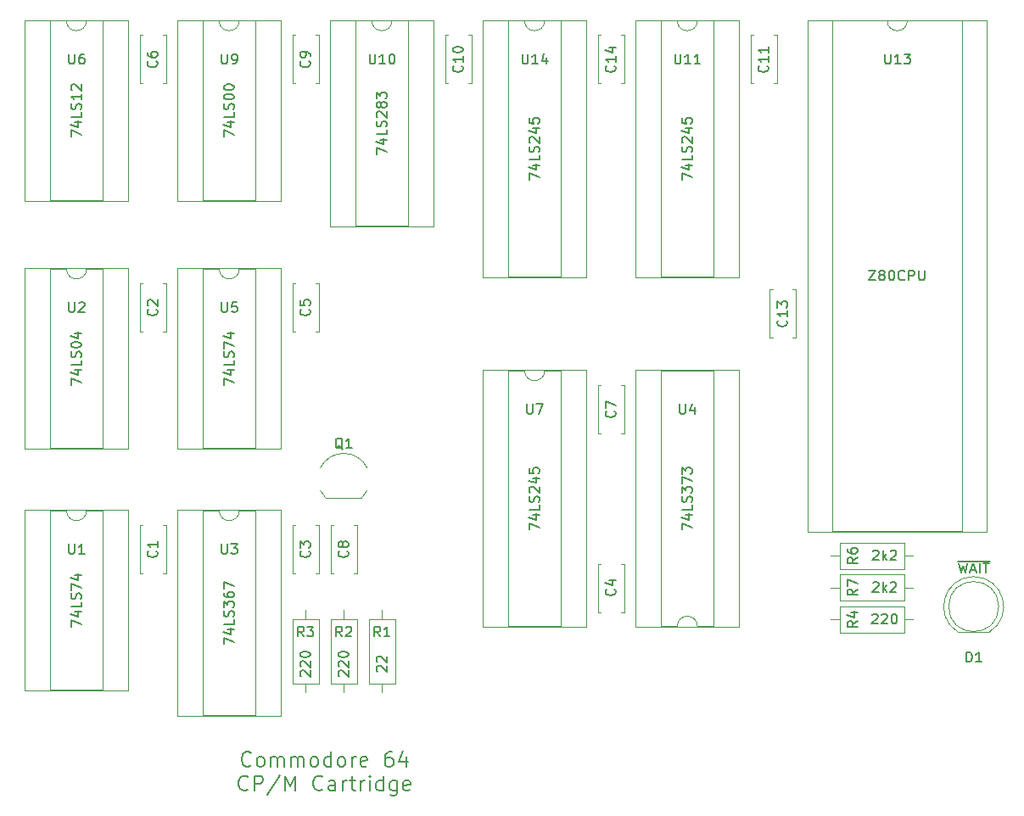
<source format=gto>
G04 #@! TF.FileFunction,Legend,Top*
%FSLAX46Y46*%
G04 Gerber Fmt 4.6, Leading zero omitted, Abs format (unit mm)*
G04 Created by KiCad (PCBNEW 4.0.7) date 07/03/19 12:58:59*
%MOMM*%
%LPD*%
G01*
G04 APERTURE LIST*
%ADD10C,0.100000*%
%ADD11C,0.150000*%
%ADD12C,0.120000*%
G04 APERTURE END LIST*
D10*
D11*
X159647858Y-135860714D02*
X159576429Y-135932143D01*
X159362143Y-136003571D01*
X159219286Y-136003571D01*
X159005001Y-135932143D01*
X158862143Y-135789286D01*
X158790715Y-135646429D01*
X158719286Y-135360714D01*
X158719286Y-135146429D01*
X158790715Y-134860714D01*
X158862143Y-134717857D01*
X159005001Y-134575000D01*
X159219286Y-134503571D01*
X159362143Y-134503571D01*
X159576429Y-134575000D01*
X159647858Y-134646429D01*
X160505001Y-136003571D02*
X160362143Y-135932143D01*
X160290715Y-135860714D01*
X160219286Y-135717857D01*
X160219286Y-135289286D01*
X160290715Y-135146429D01*
X160362143Y-135075000D01*
X160505001Y-135003571D01*
X160719286Y-135003571D01*
X160862143Y-135075000D01*
X160933572Y-135146429D01*
X161005001Y-135289286D01*
X161005001Y-135717857D01*
X160933572Y-135860714D01*
X160862143Y-135932143D01*
X160719286Y-136003571D01*
X160505001Y-136003571D01*
X161647858Y-136003571D02*
X161647858Y-135003571D01*
X161647858Y-135146429D02*
X161719286Y-135075000D01*
X161862144Y-135003571D01*
X162076429Y-135003571D01*
X162219286Y-135075000D01*
X162290715Y-135217857D01*
X162290715Y-136003571D01*
X162290715Y-135217857D02*
X162362144Y-135075000D01*
X162505001Y-135003571D01*
X162719286Y-135003571D01*
X162862144Y-135075000D01*
X162933572Y-135217857D01*
X162933572Y-136003571D01*
X163647858Y-136003571D02*
X163647858Y-135003571D01*
X163647858Y-135146429D02*
X163719286Y-135075000D01*
X163862144Y-135003571D01*
X164076429Y-135003571D01*
X164219286Y-135075000D01*
X164290715Y-135217857D01*
X164290715Y-136003571D01*
X164290715Y-135217857D02*
X164362144Y-135075000D01*
X164505001Y-135003571D01*
X164719286Y-135003571D01*
X164862144Y-135075000D01*
X164933572Y-135217857D01*
X164933572Y-136003571D01*
X165862144Y-136003571D02*
X165719286Y-135932143D01*
X165647858Y-135860714D01*
X165576429Y-135717857D01*
X165576429Y-135289286D01*
X165647858Y-135146429D01*
X165719286Y-135075000D01*
X165862144Y-135003571D01*
X166076429Y-135003571D01*
X166219286Y-135075000D01*
X166290715Y-135146429D01*
X166362144Y-135289286D01*
X166362144Y-135717857D01*
X166290715Y-135860714D01*
X166219286Y-135932143D01*
X166076429Y-136003571D01*
X165862144Y-136003571D01*
X167647858Y-136003571D02*
X167647858Y-134503571D01*
X167647858Y-135932143D02*
X167505001Y-136003571D01*
X167219287Y-136003571D01*
X167076429Y-135932143D01*
X167005001Y-135860714D01*
X166933572Y-135717857D01*
X166933572Y-135289286D01*
X167005001Y-135146429D01*
X167076429Y-135075000D01*
X167219287Y-135003571D01*
X167505001Y-135003571D01*
X167647858Y-135075000D01*
X168576430Y-136003571D02*
X168433572Y-135932143D01*
X168362144Y-135860714D01*
X168290715Y-135717857D01*
X168290715Y-135289286D01*
X168362144Y-135146429D01*
X168433572Y-135075000D01*
X168576430Y-135003571D01*
X168790715Y-135003571D01*
X168933572Y-135075000D01*
X169005001Y-135146429D01*
X169076430Y-135289286D01*
X169076430Y-135717857D01*
X169005001Y-135860714D01*
X168933572Y-135932143D01*
X168790715Y-136003571D01*
X168576430Y-136003571D01*
X169719287Y-136003571D02*
X169719287Y-135003571D01*
X169719287Y-135289286D02*
X169790715Y-135146429D01*
X169862144Y-135075000D01*
X170005001Y-135003571D01*
X170147858Y-135003571D01*
X171219286Y-135932143D02*
X171076429Y-136003571D01*
X170790715Y-136003571D01*
X170647858Y-135932143D01*
X170576429Y-135789286D01*
X170576429Y-135217857D01*
X170647858Y-135075000D01*
X170790715Y-135003571D01*
X171076429Y-135003571D01*
X171219286Y-135075000D01*
X171290715Y-135217857D01*
X171290715Y-135360714D01*
X170576429Y-135503571D01*
X173719286Y-134503571D02*
X173433572Y-134503571D01*
X173290715Y-134575000D01*
X173219286Y-134646429D01*
X173076429Y-134860714D01*
X173005000Y-135146429D01*
X173005000Y-135717857D01*
X173076429Y-135860714D01*
X173147857Y-135932143D01*
X173290715Y-136003571D01*
X173576429Y-136003571D01*
X173719286Y-135932143D01*
X173790715Y-135860714D01*
X173862143Y-135717857D01*
X173862143Y-135360714D01*
X173790715Y-135217857D01*
X173719286Y-135146429D01*
X173576429Y-135075000D01*
X173290715Y-135075000D01*
X173147857Y-135146429D01*
X173076429Y-135217857D01*
X173005000Y-135360714D01*
X175147857Y-135003571D02*
X175147857Y-136003571D01*
X174790714Y-134432143D02*
X174433571Y-135503571D01*
X175362143Y-135503571D01*
X159362143Y-138260714D02*
X159290714Y-138332143D01*
X159076428Y-138403571D01*
X158933571Y-138403571D01*
X158719286Y-138332143D01*
X158576428Y-138189286D01*
X158505000Y-138046429D01*
X158433571Y-137760714D01*
X158433571Y-137546429D01*
X158505000Y-137260714D01*
X158576428Y-137117857D01*
X158719286Y-136975000D01*
X158933571Y-136903571D01*
X159076428Y-136903571D01*
X159290714Y-136975000D01*
X159362143Y-137046429D01*
X160005000Y-138403571D02*
X160005000Y-136903571D01*
X160576428Y-136903571D01*
X160719286Y-136975000D01*
X160790714Y-137046429D01*
X160862143Y-137189286D01*
X160862143Y-137403571D01*
X160790714Y-137546429D01*
X160719286Y-137617857D01*
X160576428Y-137689286D01*
X160005000Y-137689286D01*
X162576428Y-136832143D02*
X161290714Y-138760714D01*
X163076429Y-138403571D02*
X163076429Y-136903571D01*
X163576429Y-137975000D01*
X164076429Y-136903571D01*
X164076429Y-138403571D01*
X166790715Y-138260714D02*
X166719286Y-138332143D01*
X166505000Y-138403571D01*
X166362143Y-138403571D01*
X166147858Y-138332143D01*
X166005000Y-138189286D01*
X165933572Y-138046429D01*
X165862143Y-137760714D01*
X165862143Y-137546429D01*
X165933572Y-137260714D01*
X166005000Y-137117857D01*
X166147858Y-136975000D01*
X166362143Y-136903571D01*
X166505000Y-136903571D01*
X166719286Y-136975000D01*
X166790715Y-137046429D01*
X168076429Y-138403571D02*
X168076429Y-137617857D01*
X168005000Y-137475000D01*
X167862143Y-137403571D01*
X167576429Y-137403571D01*
X167433572Y-137475000D01*
X168076429Y-138332143D02*
X167933572Y-138403571D01*
X167576429Y-138403571D01*
X167433572Y-138332143D01*
X167362143Y-138189286D01*
X167362143Y-138046429D01*
X167433572Y-137903571D01*
X167576429Y-137832143D01*
X167933572Y-137832143D01*
X168076429Y-137760714D01*
X168790715Y-138403571D02*
X168790715Y-137403571D01*
X168790715Y-137689286D02*
X168862143Y-137546429D01*
X168933572Y-137475000D01*
X169076429Y-137403571D01*
X169219286Y-137403571D01*
X169505000Y-137403571D02*
X170076429Y-137403571D01*
X169719286Y-136903571D02*
X169719286Y-138189286D01*
X169790714Y-138332143D01*
X169933572Y-138403571D01*
X170076429Y-138403571D01*
X170576429Y-138403571D02*
X170576429Y-137403571D01*
X170576429Y-137689286D02*
X170647857Y-137546429D01*
X170719286Y-137475000D01*
X170862143Y-137403571D01*
X171005000Y-137403571D01*
X171505000Y-138403571D02*
X171505000Y-137403571D01*
X171505000Y-136903571D02*
X171433571Y-136975000D01*
X171505000Y-137046429D01*
X171576428Y-136975000D01*
X171505000Y-136903571D01*
X171505000Y-137046429D01*
X172862143Y-138403571D02*
X172862143Y-136903571D01*
X172862143Y-138332143D02*
X172719286Y-138403571D01*
X172433572Y-138403571D01*
X172290714Y-138332143D01*
X172219286Y-138260714D01*
X172147857Y-138117857D01*
X172147857Y-137689286D01*
X172219286Y-137546429D01*
X172290714Y-137475000D01*
X172433572Y-137403571D01*
X172719286Y-137403571D01*
X172862143Y-137475000D01*
X174219286Y-137403571D02*
X174219286Y-138617857D01*
X174147857Y-138760714D01*
X174076429Y-138832143D01*
X173933572Y-138903571D01*
X173719286Y-138903571D01*
X173576429Y-138832143D01*
X174219286Y-138332143D02*
X174076429Y-138403571D01*
X173790715Y-138403571D01*
X173647857Y-138332143D01*
X173576429Y-138260714D01*
X173505000Y-138117857D01*
X173505000Y-137689286D01*
X173576429Y-137546429D01*
X173647857Y-137475000D01*
X173790715Y-137403571D01*
X174076429Y-137403571D01*
X174219286Y-137475000D01*
X175505000Y-138332143D02*
X175362143Y-138403571D01*
X175076429Y-138403571D01*
X174933572Y-138332143D01*
X174862143Y-138189286D01*
X174862143Y-137617857D01*
X174933572Y-137475000D01*
X175076429Y-137403571D01*
X175362143Y-137403571D01*
X175505000Y-137475000D01*
X175576429Y-137617857D01*
X175576429Y-137760714D01*
X174862143Y-137903571D01*
X230298810Y-115657381D02*
X230536905Y-116657381D01*
X230727382Y-115943095D01*
X230917858Y-116657381D01*
X231155953Y-115657381D01*
X231489286Y-116371667D02*
X231965477Y-116371667D01*
X231394048Y-116657381D02*
X231727381Y-115657381D01*
X232060715Y-116657381D01*
X232394048Y-116657381D02*
X232394048Y-115657381D01*
X232727381Y-115657381D02*
X233298810Y-115657381D01*
X233013095Y-116657381D02*
X233013095Y-115657381D01*
X230155953Y-115485000D02*
X233394048Y-115485000D01*
D12*
X224825000Y-119420000D02*
X224825000Y-116800000D01*
X224825000Y-116800000D02*
X218405000Y-116800000D01*
X218405000Y-116800000D02*
X218405000Y-119420000D01*
X218405000Y-119420000D02*
X224825000Y-119420000D01*
X225715000Y-118110000D02*
X224825000Y-118110000D01*
X217515000Y-118110000D02*
X218405000Y-118110000D01*
X166410000Y-111850000D02*
X166410000Y-116670000D01*
X163790000Y-111850000D02*
X163790000Y-116670000D01*
X166410000Y-111850000D02*
X166096000Y-111850000D01*
X164104000Y-111850000D02*
X163790000Y-111850000D01*
X166410000Y-116670000D02*
X166096000Y-116670000D01*
X164104000Y-116670000D02*
X163790000Y-116670000D01*
X194270000Y-120560000D02*
X194270000Y-115740000D01*
X196890000Y-120560000D02*
X196890000Y-115740000D01*
X194270000Y-120560000D02*
X194584000Y-120560000D01*
X196576000Y-120560000D02*
X196890000Y-120560000D01*
X194270000Y-115740000D02*
X194584000Y-115740000D01*
X196576000Y-115740000D02*
X196890000Y-115740000D01*
X166410000Y-87720000D02*
X166410000Y-92540000D01*
X163790000Y-87720000D02*
X163790000Y-92540000D01*
X166410000Y-87720000D02*
X166096000Y-87720000D01*
X164104000Y-87720000D02*
X163790000Y-87720000D01*
X166410000Y-92540000D02*
X166096000Y-92540000D01*
X164104000Y-92540000D02*
X163790000Y-92540000D01*
X151170000Y-62955000D02*
X151170000Y-67775000D01*
X148550000Y-62955000D02*
X148550000Y-67775000D01*
X151170000Y-62955000D02*
X150856000Y-62955000D01*
X148864000Y-62955000D02*
X148550000Y-62955000D01*
X151170000Y-67775000D02*
X150856000Y-67775000D01*
X148864000Y-67775000D02*
X148550000Y-67775000D01*
X196890000Y-97880000D02*
X196890000Y-102700000D01*
X194270000Y-97880000D02*
X194270000Y-102700000D01*
X196890000Y-97880000D02*
X196576000Y-97880000D01*
X194584000Y-97880000D02*
X194270000Y-97880000D01*
X196890000Y-102700000D02*
X196576000Y-102700000D01*
X194584000Y-102700000D02*
X194270000Y-102700000D01*
X170220000Y-111850000D02*
X170220000Y-116670000D01*
X167600000Y-111850000D02*
X167600000Y-116670000D01*
X170220000Y-111850000D02*
X169906000Y-111850000D01*
X167914000Y-111850000D02*
X167600000Y-111850000D01*
X170220000Y-116670000D02*
X169906000Y-116670000D01*
X167914000Y-116670000D02*
X167600000Y-116670000D01*
X166410000Y-62955000D02*
X166410000Y-67775000D01*
X163790000Y-62955000D02*
X163790000Y-67775000D01*
X166410000Y-62955000D02*
X166096000Y-62955000D01*
X164104000Y-62955000D02*
X163790000Y-62955000D01*
X166410000Y-67775000D02*
X166096000Y-67775000D01*
X164104000Y-67775000D02*
X163790000Y-67775000D01*
X181650000Y-62955000D02*
X181650000Y-67775000D01*
X179030000Y-62955000D02*
X179030000Y-67775000D01*
X181650000Y-62955000D02*
X181336000Y-62955000D01*
X179344000Y-62955000D02*
X179030000Y-62955000D01*
X181650000Y-67775000D02*
X181336000Y-67775000D01*
X179344000Y-67775000D02*
X179030000Y-67775000D01*
X212130000Y-62955000D02*
X212130000Y-67775000D01*
X209510000Y-62955000D02*
X209510000Y-67775000D01*
X212130000Y-62955000D02*
X211816000Y-62955000D01*
X209824000Y-62955000D02*
X209510000Y-62955000D01*
X212130000Y-67775000D02*
X211816000Y-67775000D01*
X209824000Y-67775000D02*
X209510000Y-67775000D01*
X167110000Y-109165000D02*
X170710000Y-109165000D01*
X166585816Y-108437795D02*
G75*
G03X167110000Y-109165000I2324184J1122795D01*
G01*
X166553600Y-106216193D02*
G75*
G02X168910000Y-104715000I2356400J-1098807D01*
G01*
X171266400Y-106216193D02*
G75*
G03X168910000Y-104715000I-2356400J-1098807D01*
G01*
X171234184Y-108437795D02*
G75*
G02X170710000Y-109165000I-2324184J1122795D01*
G01*
X171410000Y-127670000D02*
X174030000Y-127670000D01*
X174030000Y-127670000D02*
X174030000Y-121250000D01*
X174030000Y-121250000D02*
X171410000Y-121250000D01*
X171410000Y-121250000D02*
X171410000Y-127670000D01*
X172720000Y-128560000D02*
X172720000Y-127670000D01*
X172720000Y-120360000D02*
X172720000Y-121250000D01*
X170220000Y-121250000D02*
X167600000Y-121250000D01*
X167600000Y-121250000D02*
X167600000Y-127670000D01*
X167600000Y-127670000D02*
X170220000Y-127670000D01*
X170220000Y-127670000D02*
X170220000Y-121250000D01*
X168910000Y-120360000D02*
X168910000Y-121250000D01*
X168910000Y-128560000D02*
X168910000Y-127670000D01*
X166410000Y-121250000D02*
X163790000Y-121250000D01*
X163790000Y-121250000D02*
X163790000Y-127670000D01*
X163790000Y-127670000D02*
X166410000Y-127670000D01*
X166410000Y-127670000D02*
X166410000Y-121250000D01*
X165100000Y-120360000D02*
X165100000Y-121250000D01*
X165100000Y-128560000D02*
X165100000Y-127670000D01*
X224825000Y-116245000D02*
X224825000Y-113625000D01*
X224825000Y-113625000D02*
X218405000Y-113625000D01*
X218405000Y-113625000D02*
X218405000Y-116245000D01*
X218405000Y-116245000D02*
X224825000Y-116245000D01*
X225715000Y-114935000D02*
X224825000Y-114935000D01*
X217515000Y-114935000D02*
X218405000Y-114935000D01*
X143240000Y-110430000D02*
G75*
G02X141240000Y-110430000I-1000000J0D01*
G01*
X141240000Y-110430000D02*
X139590000Y-110430000D01*
X139590000Y-110430000D02*
X139590000Y-128330000D01*
X139590000Y-128330000D02*
X144890000Y-128330000D01*
X144890000Y-128330000D02*
X144890000Y-110430000D01*
X144890000Y-110430000D02*
X143240000Y-110430000D01*
X137100000Y-110370000D02*
X137100000Y-128390000D01*
X137100000Y-128390000D02*
X147380000Y-128390000D01*
X147380000Y-128390000D02*
X147380000Y-110370000D01*
X147380000Y-110370000D02*
X137100000Y-110370000D01*
X143240000Y-86300000D02*
G75*
G02X141240000Y-86300000I-1000000J0D01*
G01*
X141240000Y-86300000D02*
X139590000Y-86300000D01*
X139590000Y-86300000D02*
X139590000Y-104200000D01*
X139590000Y-104200000D02*
X144890000Y-104200000D01*
X144890000Y-104200000D02*
X144890000Y-86300000D01*
X144890000Y-86300000D02*
X143240000Y-86300000D01*
X137100000Y-86240000D02*
X137100000Y-104260000D01*
X137100000Y-104260000D02*
X147380000Y-104260000D01*
X147380000Y-104260000D02*
X147380000Y-86240000D01*
X147380000Y-86240000D02*
X137100000Y-86240000D01*
X158480000Y-110430000D02*
G75*
G02X156480000Y-110430000I-1000000J0D01*
G01*
X156480000Y-110430000D02*
X154830000Y-110430000D01*
X154830000Y-110430000D02*
X154830000Y-130870000D01*
X154830000Y-130870000D02*
X160130000Y-130870000D01*
X160130000Y-130870000D02*
X160130000Y-110430000D01*
X160130000Y-110430000D02*
X158480000Y-110430000D01*
X152340000Y-110370000D02*
X152340000Y-130930000D01*
X152340000Y-130930000D02*
X162620000Y-130930000D01*
X162620000Y-130930000D02*
X162620000Y-110370000D01*
X162620000Y-110370000D02*
X152340000Y-110370000D01*
X202200000Y-121980000D02*
G75*
G02X204200000Y-121980000I1000000J0D01*
G01*
X204200000Y-121980000D02*
X205850000Y-121980000D01*
X205850000Y-121980000D02*
X205850000Y-96460000D01*
X205850000Y-96460000D02*
X200550000Y-96460000D01*
X200550000Y-96460000D02*
X200550000Y-121980000D01*
X200550000Y-121980000D02*
X202200000Y-121980000D01*
X208340000Y-122040000D02*
X208340000Y-96400000D01*
X208340000Y-96400000D02*
X198060000Y-96400000D01*
X198060000Y-96400000D02*
X198060000Y-122040000D01*
X198060000Y-122040000D02*
X208340000Y-122040000D01*
X158480000Y-86300000D02*
G75*
G02X156480000Y-86300000I-1000000J0D01*
G01*
X156480000Y-86300000D02*
X154830000Y-86300000D01*
X154830000Y-86300000D02*
X154830000Y-104200000D01*
X154830000Y-104200000D02*
X160130000Y-104200000D01*
X160130000Y-104200000D02*
X160130000Y-86300000D01*
X160130000Y-86300000D02*
X158480000Y-86300000D01*
X152340000Y-86240000D02*
X152340000Y-104260000D01*
X152340000Y-104260000D02*
X162620000Y-104260000D01*
X162620000Y-104260000D02*
X162620000Y-86240000D01*
X162620000Y-86240000D02*
X152340000Y-86240000D01*
X143240000Y-61535000D02*
G75*
G02X141240000Y-61535000I-1000000J0D01*
G01*
X141240000Y-61535000D02*
X139590000Y-61535000D01*
X139590000Y-61535000D02*
X139590000Y-79435000D01*
X139590000Y-79435000D02*
X144890000Y-79435000D01*
X144890000Y-79435000D02*
X144890000Y-61535000D01*
X144890000Y-61535000D02*
X143240000Y-61535000D01*
X137100000Y-61475000D02*
X137100000Y-79495000D01*
X137100000Y-79495000D02*
X147380000Y-79495000D01*
X147380000Y-79495000D02*
X147380000Y-61475000D01*
X147380000Y-61475000D02*
X137100000Y-61475000D01*
X188960000Y-96460000D02*
G75*
G02X186960000Y-96460000I-1000000J0D01*
G01*
X186960000Y-96460000D02*
X185310000Y-96460000D01*
X185310000Y-96460000D02*
X185310000Y-121980000D01*
X185310000Y-121980000D02*
X190610000Y-121980000D01*
X190610000Y-121980000D02*
X190610000Y-96460000D01*
X190610000Y-96460000D02*
X188960000Y-96460000D01*
X182820000Y-96400000D02*
X182820000Y-122040000D01*
X182820000Y-122040000D02*
X193100000Y-122040000D01*
X193100000Y-122040000D02*
X193100000Y-96400000D01*
X193100000Y-96400000D02*
X182820000Y-96400000D01*
X158480000Y-61535000D02*
G75*
G02X156480000Y-61535000I-1000000J0D01*
G01*
X156480000Y-61535000D02*
X154830000Y-61535000D01*
X154830000Y-61535000D02*
X154830000Y-79435000D01*
X154830000Y-79435000D02*
X160130000Y-79435000D01*
X160130000Y-79435000D02*
X160130000Y-61535000D01*
X160130000Y-61535000D02*
X158480000Y-61535000D01*
X152340000Y-61475000D02*
X152340000Y-79495000D01*
X152340000Y-79495000D02*
X162620000Y-79495000D01*
X162620000Y-79495000D02*
X162620000Y-61475000D01*
X162620000Y-61475000D02*
X152340000Y-61475000D01*
X173720000Y-61535000D02*
G75*
G02X171720000Y-61535000I-1000000J0D01*
G01*
X171720000Y-61535000D02*
X170070000Y-61535000D01*
X170070000Y-61535000D02*
X170070000Y-81975000D01*
X170070000Y-81975000D02*
X175370000Y-81975000D01*
X175370000Y-81975000D02*
X175370000Y-61535000D01*
X175370000Y-61535000D02*
X173720000Y-61535000D01*
X167580000Y-61475000D02*
X167580000Y-82035000D01*
X167580000Y-82035000D02*
X177860000Y-82035000D01*
X177860000Y-82035000D02*
X177860000Y-61475000D01*
X177860000Y-61475000D02*
X167580000Y-61475000D01*
X204200000Y-61535000D02*
G75*
G02X202200000Y-61535000I-1000000J0D01*
G01*
X202200000Y-61535000D02*
X200550000Y-61535000D01*
X200550000Y-61535000D02*
X200550000Y-87055000D01*
X200550000Y-87055000D02*
X205850000Y-87055000D01*
X205850000Y-87055000D02*
X205850000Y-61535000D01*
X205850000Y-61535000D02*
X204200000Y-61535000D01*
X198060000Y-61475000D02*
X198060000Y-87115000D01*
X198060000Y-87115000D02*
X208340000Y-87115000D01*
X208340000Y-87115000D02*
X208340000Y-61475000D01*
X208340000Y-61475000D02*
X198060000Y-61475000D01*
X225155000Y-61535000D02*
G75*
G02X223155000Y-61535000I-1000000J0D01*
G01*
X223155000Y-61535000D02*
X217695000Y-61535000D01*
X217695000Y-61535000D02*
X217695000Y-112455000D01*
X217695000Y-112455000D02*
X230615000Y-112455000D01*
X230615000Y-112455000D02*
X230615000Y-61535000D01*
X230615000Y-61535000D02*
X225155000Y-61535000D01*
X215205000Y-61475000D02*
X215205000Y-112515000D01*
X215205000Y-112515000D02*
X233105000Y-112515000D01*
X233105000Y-112515000D02*
X233105000Y-61475000D01*
X233105000Y-61475000D02*
X215205000Y-61475000D01*
X188960000Y-61535000D02*
G75*
G02X186960000Y-61535000I-1000000J0D01*
G01*
X186960000Y-61535000D02*
X185310000Y-61535000D01*
X185310000Y-61535000D02*
X185310000Y-87055000D01*
X185310000Y-87055000D02*
X190610000Y-87055000D01*
X190610000Y-87055000D02*
X190610000Y-61535000D01*
X190610000Y-61535000D02*
X188960000Y-61535000D01*
X182820000Y-61475000D02*
X182820000Y-87115000D01*
X182820000Y-87115000D02*
X193100000Y-87115000D01*
X193100000Y-87115000D02*
X193100000Y-61475000D01*
X193100000Y-61475000D02*
X182820000Y-61475000D01*
X214035000Y-88355000D02*
X214035000Y-93175000D01*
X211415000Y-88355000D02*
X211415000Y-93175000D01*
X214035000Y-88355000D02*
X213721000Y-88355000D01*
X211729000Y-88355000D02*
X211415000Y-88355000D01*
X214035000Y-93175000D02*
X213721000Y-93175000D01*
X211729000Y-93175000D02*
X211415000Y-93175000D01*
X196890000Y-62955000D02*
X196890000Y-67775000D01*
X194270000Y-62955000D02*
X194270000Y-67775000D01*
X196890000Y-62955000D02*
X196576000Y-62955000D01*
X194584000Y-62955000D02*
X194270000Y-62955000D01*
X196890000Y-67775000D02*
X196576000Y-67775000D01*
X194584000Y-67775000D02*
X194270000Y-67775000D01*
X151170000Y-87720000D02*
X151170000Y-92540000D01*
X148550000Y-87720000D02*
X148550000Y-92540000D01*
X151170000Y-87720000D02*
X150856000Y-87720000D01*
X148864000Y-87720000D02*
X148550000Y-87720000D01*
X151170000Y-92540000D02*
X150856000Y-92540000D01*
X148864000Y-92540000D02*
X148550000Y-92540000D01*
X151170000Y-111850000D02*
X151170000Y-116670000D01*
X148550000Y-111850000D02*
X148550000Y-116670000D01*
X151170000Y-111850000D02*
X150856000Y-111850000D01*
X148864000Y-111850000D02*
X148550000Y-111850000D01*
X151170000Y-116670000D02*
X150856000Y-116670000D01*
X148864000Y-116670000D02*
X148550000Y-116670000D01*
X231775462Y-117025000D02*
G75*
G03X230230170Y-122575000I-462J-2990000D01*
G01*
X231774538Y-117025000D02*
G75*
G02X233319830Y-122575000I462J-2990000D01*
G01*
X234275000Y-120015000D02*
G75*
G03X234275000Y-120015000I-2500000J0D01*
G01*
X230230000Y-122575000D02*
X233320000Y-122575000D01*
X224825000Y-122595000D02*
X224825000Y-119975000D01*
X224825000Y-119975000D02*
X218405000Y-119975000D01*
X218405000Y-119975000D02*
X218405000Y-122595000D01*
X218405000Y-122595000D02*
X224825000Y-122595000D01*
X225715000Y-121285000D02*
X224825000Y-121285000D01*
X217515000Y-121285000D02*
X218405000Y-121285000D01*
D11*
X220162381Y-118276666D02*
X219686190Y-118610000D01*
X220162381Y-118848095D02*
X219162381Y-118848095D01*
X219162381Y-118467142D01*
X219210000Y-118371904D01*
X219257619Y-118324285D01*
X219352857Y-118276666D01*
X219495714Y-118276666D01*
X219590952Y-118324285D01*
X219638571Y-118371904D01*
X219686190Y-118467142D01*
X219686190Y-118848095D01*
X219162381Y-117943333D02*
X219162381Y-117276666D01*
X220162381Y-117705238D01*
X221718333Y-117657619D02*
X221765952Y-117610000D01*
X221861190Y-117562381D01*
X222099286Y-117562381D01*
X222194524Y-117610000D01*
X222242143Y-117657619D01*
X222289762Y-117752857D01*
X222289762Y-117848095D01*
X222242143Y-117990952D01*
X221670714Y-118562381D01*
X222289762Y-118562381D01*
X222718333Y-118562381D02*
X222718333Y-117562381D01*
X222813571Y-118181429D02*
X223099286Y-118562381D01*
X223099286Y-117895714D02*
X222718333Y-118276667D01*
X223480238Y-117657619D02*
X223527857Y-117610000D01*
X223623095Y-117562381D01*
X223861191Y-117562381D01*
X223956429Y-117610000D01*
X224004048Y-117657619D01*
X224051667Y-117752857D01*
X224051667Y-117848095D01*
X224004048Y-117990952D01*
X223432619Y-118562381D01*
X224051667Y-118562381D01*
X165457143Y-114466666D02*
X165504762Y-114514285D01*
X165552381Y-114657142D01*
X165552381Y-114752380D01*
X165504762Y-114895238D01*
X165409524Y-114990476D01*
X165314286Y-115038095D01*
X165123810Y-115085714D01*
X164980952Y-115085714D01*
X164790476Y-115038095D01*
X164695238Y-114990476D01*
X164600000Y-114895238D01*
X164552381Y-114752380D01*
X164552381Y-114657142D01*
X164600000Y-114514285D01*
X164647619Y-114466666D01*
X164552381Y-114133333D02*
X164552381Y-113514285D01*
X164933333Y-113847619D01*
X164933333Y-113704761D01*
X164980952Y-113609523D01*
X165028571Y-113561904D01*
X165123810Y-113514285D01*
X165361905Y-113514285D01*
X165457143Y-113561904D01*
X165504762Y-113609523D01*
X165552381Y-113704761D01*
X165552381Y-113990476D01*
X165504762Y-114085714D01*
X165457143Y-114133333D01*
X195937143Y-118276666D02*
X195984762Y-118324285D01*
X196032381Y-118467142D01*
X196032381Y-118562380D01*
X195984762Y-118705238D01*
X195889524Y-118800476D01*
X195794286Y-118848095D01*
X195603810Y-118895714D01*
X195460952Y-118895714D01*
X195270476Y-118848095D01*
X195175238Y-118800476D01*
X195080000Y-118705238D01*
X195032381Y-118562380D01*
X195032381Y-118467142D01*
X195080000Y-118324285D01*
X195127619Y-118276666D01*
X195365714Y-117419523D02*
X196032381Y-117419523D01*
X194984762Y-117657619D02*
X195699048Y-117895714D01*
X195699048Y-117276666D01*
X165457143Y-90336666D02*
X165504762Y-90384285D01*
X165552381Y-90527142D01*
X165552381Y-90622380D01*
X165504762Y-90765238D01*
X165409524Y-90860476D01*
X165314286Y-90908095D01*
X165123810Y-90955714D01*
X164980952Y-90955714D01*
X164790476Y-90908095D01*
X164695238Y-90860476D01*
X164600000Y-90765238D01*
X164552381Y-90622380D01*
X164552381Y-90527142D01*
X164600000Y-90384285D01*
X164647619Y-90336666D01*
X164552381Y-89431904D02*
X164552381Y-89908095D01*
X165028571Y-89955714D01*
X164980952Y-89908095D01*
X164933333Y-89812857D01*
X164933333Y-89574761D01*
X164980952Y-89479523D01*
X165028571Y-89431904D01*
X165123810Y-89384285D01*
X165361905Y-89384285D01*
X165457143Y-89431904D01*
X165504762Y-89479523D01*
X165552381Y-89574761D01*
X165552381Y-89812857D01*
X165504762Y-89908095D01*
X165457143Y-89955714D01*
X150217143Y-65571666D02*
X150264762Y-65619285D01*
X150312381Y-65762142D01*
X150312381Y-65857380D01*
X150264762Y-66000238D01*
X150169524Y-66095476D01*
X150074286Y-66143095D01*
X149883810Y-66190714D01*
X149740952Y-66190714D01*
X149550476Y-66143095D01*
X149455238Y-66095476D01*
X149360000Y-66000238D01*
X149312381Y-65857380D01*
X149312381Y-65762142D01*
X149360000Y-65619285D01*
X149407619Y-65571666D01*
X149312381Y-64714523D02*
X149312381Y-64905000D01*
X149360000Y-65000238D01*
X149407619Y-65047857D01*
X149550476Y-65143095D01*
X149740952Y-65190714D01*
X150121905Y-65190714D01*
X150217143Y-65143095D01*
X150264762Y-65095476D01*
X150312381Y-65000238D01*
X150312381Y-64809761D01*
X150264762Y-64714523D01*
X150217143Y-64666904D01*
X150121905Y-64619285D01*
X149883810Y-64619285D01*
X149788571Y-64666904D01*
X149740952Y-64714523D01*
X149693333Y-64809761D01*
X149693333Y-65000238D01*
X149740952Y-65095476D01*
X149788571Y-65143095D01*
X149883810Y-65190714D01*
X195937143Y-100496666D02*
X195984762Y-100544285D01*
X196032381Y-100687142D01*
X196032381Y-100782380D01*
X195984762Y-100925238D01*
X195889524Y-101020476D01*
X195794286Y-101068095D01*
X195603810Y-101115714D01*
X195460952Y-101115714D01*
X195270476Y-101068095D01*
X195175238Y-101020476D01*
X195080000Y-100925238D01*
X195032381Y-100782380D01*
X195032381Y-100687142D01*
X195080000Y-100544285D01*
X195127619Y-100496666D01*
X195032381Y-100163333D02*
X195032381Y-99496666D01*
X196032381Y-99925238D01*
X169267143Y-114466666D02*
X169314762Y-114514285D01*
X169362381Y-114657142D01*
X169362381Y-114752380D01*
X169314762Y-114895238D01*
X169219524Y-114990476D01*
X169124286Y-115038095D01*
X168933810Y-115085714D01*
X168790952Y-115085714D01*
X168600476Y-115038095D01*
X168505238Y-114990476D01*
X168410000Y-114895238D01*
X168362381Y-114752380D01*
X168362381Y-114657142D01*
X168410000Y-114514285D01*
X168457619Y-114466666D01*
X168790952Y-113895238D02*
X168743333Y-113990476D01*
X168695714Y-114038095D01*
X168600476Y-114085714D01*
X168552857Y-114085714D01*
X168457619Y-114038095D01*
X168410000Y-113990476D01*
X168362381Y-113895238D01*
X168362381Y-113704761D01*
X168410000Y-113609523D01*
X168457619Y-113561904D01*
X168552857Y-113514285D01*
X168600476Y-113514285D01*
X168695714Y-113561904D01*
X168743333Y-113609523D01*
X168790952Y-113704761D01*
X168790952Y-113895238D01*
X168838571Y-113990476D01*
X168886190Y-114038095D01*
X168981429Y-114085714D01*
X169171905Y-114085714D01*
X169267143Y-114038095D01*
X169314762Y-113990476D01*
X169362381Y-113895238D01*
X169362381Y-113704761D01*
X169314762Y-113609523D01*
X169267143Y-113561904D01*
X169171905Y-113514285D01*
X168981429Y-113514285D01*
X168886190Y-113561904D01*
X168838571Y-113609523D01*
X168790952Y-113704761D01*
X165457143Y-65571666D02*
X165504762Y-65619285D01*
X165552381Y-65762142D01*
X165552381Y-65857380D01*
X165504762Y-66000238D01*
X165409524Y-66095476D01*
X165314286Y-66143095D01*
X165123810Y-66190714D01*
X164980952Y-66190714D01*
X164790476Y-66143095D01*
X164695238Y-66095476D01*
X164600000Y-66000238D01*
X164552381Y-65857380D01*
X164552381Y-65762142D01*
X164600000Y-65619285D01*
X164647619Y-65571666D01*
X165552381Y-65095476D02*
X165552381Y-64905000D01*
X165504762Y-64809761D01*
X165457143Y-64762142D01*
X165314286Y-64666904D01*
X165123810Y-64619285D01*
X164742857Y-64619285D01*
X164647619Y-64666904D01*
X164600000Y-64714523D01*
X164552381Y-64809761D01*
X164552381Y-65000238D01*
X164600000Y-65095476D01*
X164647619Y-65143095D01*
X164742857Y-65190714D01*
X164980952Y-65190714D01*
X165076190Y-65143095D01*
X165123810Y-65095476D01*
X165171429Y-65000238D01*
X165171429Y-64809761D01*
X165123810Y-64714523D01*
X165076190Y-64666904D01*
X164980952Y-64619285D01*
X180697143Y-66047857D02*
X180744762Y-66095476D01*
X180792381Y-66238333D01*
X180792381Y-66333571D01*
X180744762Y-66476429D01*
X180649524Y-66571667D01*
X180554286Y-66619286D01*
X180363810Y-66666905D01*
X180220952Y-66666905D01*
X180030476Y-66619286D01*
X179935238Y-66571667D01*
X179840000Y-66476429D01*
X179792381Y-66333571D01*
X179792381Y-66238333D01*
X179840000Y-66095476D01*
X179887619Y-66047857D01*
X180792381Y-65095476D02*
X180792381Y-65666905D01*
X180792381Y-65381191D02*
X179792381Y-65381191D01*
X179935238Y-65476429D01*
X180030476Y-65571667D01*
X180078095Y-65666905D01*
X179792381Y-64476429D02*
X179792381Y-64381190D01*
X179840000Y-64285952D01*
X179887619Y-64238333D01*
X179982857Y-64190714D01*
X180173333Y-64143095D01*
X180411429Y-64143095D01*
X180601905Y-64190714D01*
X180697143Y-64238333D01*
X180744762Y-64285952D01*
X180792381Y-64381190D01*
X180792381Y-64476429D01*
X180744762Y-64571667D01*
X180697143Y-64619286D01*
X180601905Y-64666905D01*
X180411429Y-64714524D01*
X180173333Y-64714524D01*
X179982857Y-64666905D01*
X179887619Y-64619286D01*
X179840000Y-64571667D01*
X179792381Y-64476429D01*
X211177143Y-66047857D02*
X211224762Y-66095476D01*
X211272381Y-66238333D01*
X211272381Y-66333571D01*
X211224762Y-66476429D01*
X211129524Y-66571667D01*
X211034286Y-66619286D01*
X210843810Y-66666905D01*
X210700952Y-66666905D01*
X210510476Y-66619286D01*
X210415238Y-66571667D01*
X210320000Y-66476429D01*
X210272381Y-66333571D01*
X210272381Y-66238333D01*
X210320000Y-66095476D01*
X210367619Y-66047857D01*
X211272381Y-65095476D02*
X211272381Y-65666905D01*
X211272381Y-65381191D02*
X210272381Y-65381191D01*
X210415238Y-65476429D01*
X210510476Y-65571667D01*
X210558095Y-65666905D01*
X211272381Y-64143095D02*
X211272381Y-64714524D01*
X211272381Y-64428810D02*
X210272381Y-64428810D01*
X210415238Y-64524048D01*
X210510476Y-64619286D01*
X210558095Y-64714524D01*
X168814762Y-104302619D02*
X168719524Y-104255000D01*
X168624286Y-104159762D01*
X168481429Y-104016905D01*
X168386190Y-103969286D01*
X168290952Y-103969286D01*
X168338571Y-104207381D02*
X168243333Y-104159762D01*
X168148095Y-104064524D01*
X168100476Y-103874048D01*
X168100476Y-103540714D01*
X168148095Y-103350238D01*
X168243333Y-103255000D01*
X168338571Y-103207381D01*
X168529048Y-103207381D01*
X168624286Y-103255000D01*
X168719524Y-103350238D01*
X168767143Y-103540714D01*
X168767143Y-103874048D01*
X168719524Y-104064524D01*
X168624286Y-104159762D01*
X168529048Y-104207381D01*
X168338571Y-104207381D01*
X169719524Y-104207381D02*
X169148095Y-104207381D01*
X169433809Y-104207381D02*
X169433809Y-103207381D01*
X169338571Y-103350238D01*
X169243333Y-103445476D01*
X169148095Y-103493095D01*
X172553334Y-123007381D02*
X172220000Y-122531190D01*
X171981905Y-123007381D02*
X171981905Y-122007381D01*
X172362858Y-122007381D01*
X172458096Y-122055000D01*
X172505715Y-122102619D01*
X172553334Y-122197857D01*
X172553334Y-122340714D01*
X172505715Y-122435952D01*
X172458096Y-122483571D01*
X172362858Y-122531190D01*
X171981905Y-122531190D01*
X173505715Y-123007381D02*
X172934286Y-123007381D01*
X173220000Y-123007381D02*
X173220000Y-122007381D01*
X173124762Y-122150238D01*
X173029524Y-122245476D01*
X172934286Y-122293095D01*
X172267619Y-126491905D02*
X172220000Y-126444286D01*
X172172381Y-126349048D01*
X172172381Y-126110952D01*
X172220000Y-126015714D01*
X172267619Y-125968095D01*
X172362857Y-125920476D01*
X172458095Y-125920476D01*
X172600952Y-125968095D01*
X173172381Y-126539524D01*
X173172381Y-125920476D01*
X172267619Y-125539524D02*
X172220000Y-125491905D01*
X172172381Y-125396667D01*
X172172381Y-125158571D01*
X172220000Y-125063333D01*
X172267619Y-125015714D01*
X172362857Y-124968095D01*
X172458095Y-124968095D01*
X172600952Y-125015714D01*
X173172381Y-125587143D01*
X173172381Y-124968095D01*
X168743334Y-123007381D02*
X168410000Y-122531190D01*
X168171905Y-123007381D02*
X168171905Y-122007381D01*
X168552858Y-122007381D01*
X168648096Y-122055000D01*
X168695715Y-122102619D01*
X168743334Y-122197857D01*
X168743334Y-122340714D01*
X168695715Y-122435952D01*
X168648096Y-122483571D01*
X168552858Y-122531190D01*
X168171905Y-122531190D01*
X169124286Y-122102619D02*
X169171905Y-122055000D01*
X169267143Y-122007381D01*
X169505239Y-122007381D01*
X169600477Y-122055000D01*
X169648096Y-122102619D01*
X169695715Y-122197857D01*
X169695715Y-122293095D01*
X169648096Y-122435952D01*
X169076667Y-123007381D01*
X169695715Y-123007381D01*
X168457619Y-126968095D02*
X168410000Y-126920476D01*
X168362381Y-126825238D01*
X168362381Y-126587142D01*
X168410000Y-126491904D01*
X168457619Y-126444285D01*
X168552857Y-126396666D01*
X168648095Y-126396666D01*
X168790952Y-126444285D01*
X169362381Y-127015714D01*
X169362381Y-126396666D01*
X168457619Y-126015714D02*
X168410000Y-125968095D01*
X168362381Y-125872857D01*
X168362381Y-125634761D01*
X168410000Y-125539523D01*
X168457619Y-125491904D01*
X168552857Y-125444285D01*
X168648095Y-125444285D01*
X168790952Y-125491904D01*
X169362381Y-126063333D01*
X169362381Y-125444285D01*
X168362381Y-124825238D02*
X168362381Y-124729999D01*
X168410000Y-124634761D01*
X168457619Y-124587142D01*
X168552857Y-124539523D01*
X168743333Y-124491904D01*
X168981429Y-124491904D01*
X169171905Y-124539523D01*
X169267143Y-124587142D01*
X169314762Y-124634761D01*
X169362381Y-124729999D01*
X169362381Y-124825238D01*
X169314762Y-124920476D01*
X169267143Y-124968095D01*
X169171905Y-125015714D01*
X168981429Y-125063333D01*
X168743333Y-125063333D01*
X168552857Y-125015714D01*
X168457619Y-124968095D01*
X168410000Y-124920476D01*
X168362381Y-124825238D01*
X164933334Y-123007381D02*
X164600000Y-122531190D01*
X164361905Y-123007381D02*
X164361905Y-122007381D01*
X164742858Y-122007381D01*
X164838096Y-122055000D01*
X164885715Y-122102619D01*
X164933334Y-122197857D01*
X164933334Y-122340714D01*
X164885715Y-122435952D01*
X164838096Y-122483571D01*
X164742858Y-122531190D01*
X164361905Y-122531190D01*
X165266667Y-122007381D02*
X165885715Y-122007381D01*
X165552381Y-122388333D01*
X165695239Y-122388333D01*
X165790477Y-122435952D01*
X165838096Y-122483571D01*
X165885715Y-122578810D01*
X165885715Y-122816905D01*
X165838096Y-122912143D01*
X165790477Y-122959762D01*
X165695239Y-123007381D01*
X165409524Y-123007381D01*
X165314286Y-122959762D01*
X165266667Y-122912143D01*
X164647619Y-126968095D02*
X164600000Y-126920476D01*
X164552381Y-126825238D01*
X164552381Y-126587142D01*
X164600000Y-126491904D01*
X164647619Y-126444285D01*
X164742857Y-126396666D01*
X164838095Y-126396666D01*
X164980952Y-126444285D01*
X165552381Y-127015714D01*
X165552381Y-126396666D01*
X164647619Y-126015714D02*
X164600000Y-125968095D01*
X164552381Y-125872857D01*
X164552381Y-125634761D01*
X164600000Y-125539523D01*
X164647619Y-125491904D01*
X164742857Y-125444285D01*
X164838095Y-125444285D01*
X164980952Y-125491904D01*
X165552381Y-126063333D01*
X165552381Y-125444285D01*
X164552381Y-124825238D02*
X164552381Y-124729999D01*
X164600000Y-124634761D01*
X164647619Y-124587142D01*
X164742857Y-124539523D01*
X164933333Y-124491904D01*
X165171429Y-124491904D01*
X165361905Y-124539523D01*
X165457143Y-124587142D01*
X165504762Y-124634761D01*
X165552381Y-124729999D01*
X165552381Y-124825238D01*
X165504762Y-124920476D01*
X165457143Y-124968095D01*
X165361905Y-125015714D01*
X165171429Y-125063333D01*
X164933333Y-125063333D01*
X164742857Y-125015714D01*
X164647619Y-124968095D01*
X164600000Y-124920476D01*
X164552381Y-124825238D01*
X220162381Y-115101666D02*
X219686190Y-115435000D01*
X220162381Y-115673095D02*
X219162381Y-115673095D01*
X219162381Y-115292142D01*
X219210000Y-115196904D01*
X219257619Y-115149285D01*
X219352857Y-115101666D01*
X219495714Y-115101666D01*
X219590952Y-115149285D01*
X219638571Y-115196904D01*
X219686190Y-115292142D01*
X219686190Y-115673095D01*
X219162381Y-114244523D02*
X219162381Y-114435000D01*
X219210000Y-114530238D01*
X219257619Y-114577857D01*
X219400476Y-114673095D01*
X219590952Y-114720714D01*
X219971905Y-114720714D01*
X220067143Y-114673095D01*
X220114762Y-114625476D01*
X220162381Y-114530238D01*
X220162381Y-114339761D01*
X220114762Y-114244523D01*
X220067143Y-114196904D01*
X219971905Y-114149285D01*
X219733810Y-114149285D01*
X219638571Y-114196904D01*
X219590952Y-114244523D01*
X219543333Y-114339761D01*
X219543333Y-114530238D01*
X219590952Y-114625476D01*
X219638571Y-114673095D01*
X219733810Y-114720714D01*
X221718333Y-114482619D02*
X221765952Y-114435000D01*
X221861190Y-114387381D01*
X222099286Y-114387381D01*
X222194524Y-114435000D01*
X222242143Y-114482619D01*
X222289762Y-114577857D01*
X222289762Y-114673095D01*
X222242143Y-114815952D01*
X221670714Y-115387381D01*
X222289762Y-115387381D01*
X222718333Y-115387381D02*
X222718333Y-114387381D01*
X222813571Y-115006429D02*
X223099286Y-115387381D01*
X223099286Y-114720714D02*
X222718333Y-115101667D01*
X223480238Y-114482619D02*
X223527857Y-114435000D01*
X223623095Y-114387381D01*
X223861191Y-114387381D01*
X223956429Y-114435000D01*
X224004048Y-114482619D01*
X224051667Y-114577857D01*
X224051667Y-114673095D01*
X224004048Y-114815952D01*
X223432619Y-115387381D01*
X224051667Y-115387381D01*
X141478095Y-113752381D02*
X141478095Y-114561905D01*
X141525714Y-114657143D01*
X141573333Y-114704762D01*
X141668571Y-114752381D01*
X141859048Y-114752381D01*
X141954286Y-114704762D01*
X142001905Y-114657143D01*
X142049524Y-114561905D01*
X142049524Y-113752381D01*
X143049524Y-114752381D02*
X142478095Y-114752381D01*
X142763809Y-114752381D02*
X142763809Y-113752381D01*
X142668571Y-113895238D01*
X142573333Y-113990476D01*
X142478095Y-114038095D01*
X141692381Y-122022857D02*
X141692381Y-121356190D01*
X142692381Y-121784762D01*
X142025714Y-120546666D02*
X142692381Y-120546666D01*
X141644762Y-120784762D02*
X142359048Y-121022857D01*
X142359048Y-120403809D01*
X142692381Y-119546666D02*
X142692381Y-120022857D01*
X141692381Y-120022857D01*
X142644762Y-119260952D02*
X142692381Y-119118095D01*
X142692381Y-118879999D01*
X142644762Y-118784761D01*
X142597143Y-118737142D01*
X142501905Y-118689523D01*
X142406667Y-118689523D01*
X142311429Y-118737142D01*
X142263810Y-118784761D01*
X142216190Y-118879999D01*
X142168571Y-119070476D01*
X142120952Y-119165714D01*
X142073333Y-119213333D01*
X141978095Y-119260952D01*
X141882857Y-119260952D01*
X141787619Y-119213333D01*
X141740000Y-119165714D01*
X141692381Y-119070476D01*
X141692381Y-118832380D01*
X141740000Y-118689523D01*
X141692381Y-118356190D02*
X141692381Y-117689523D01*
X142692381Y-118118095D01*
X142025714Y-116879999D02*
X142692381Y-116879999D01*
X141644762Y-117118095D02*
X142359048Y-117356190D01*
X142359048Y-116737142D01*
X141478095Y-89622381D02*
X141478095Y-90431905D01*
X141525714Y-90527143D01*
X141573333Y-90574762D01*
X141668571Y-90622381D01*
X141859048Y-90622381D01*
X141954286Y-90574762D01*
X142001905Y-90527143D01*
X142049524Y-90431905D01*
X142049524Y-89622381D01*
X142478095Y-89717619D02*
X142525714Y-89670000D01*
X142620952Y-89622381D01*
X142859048Y-89622381D01*
X142954286Y-89670000D01*
X143001905Y-89717619D01*
X143049524Y-89812857D01*
X143049524Y-89908095D01*
X143001905Y-90050952D01*
X142430476Y-90622381D01*
X143049524Y-90622381D01*
X141692381Y-97892857D02*
X141692381Y-97226190D01*
X142692381Y-97654762D01*
X142025714Y-96416666D02*
X142692381Y-96416666D01*
X141644762Y-96654762D02*
X142359048Y-96892857D01*
X142359048Y-96273809D01*
X142692381Y-95416666D02*
X142692381Y-95892857D01*
X141692381Y-95892857D01*
X142644762Y-95130952D02*
X142692381Y-94988095D01*
X142692381Y-94749999D01*
X142644762Y-94654761D01*
X142597143Y-94607142D01*
X142501905Y-94559523D01*
X142406667Y-94559523D01*
X142311429Y-94607142D01*
X142263810Y-94654761D01*
X142216190Y-94749999D01*
X142168571Y-94940476D01*
X142120952Y-95035714D01*
X142073333Y-95083333D01*
X141978095Y-95130952D01*
X141882857Y-95130952D01*
X141787619Y-95083333D01*
X141740000Y-95035714D01*
X141692381Y-94940476D01*
X141692381Y-94702380D01*
X141740000Y-94559523D01*
X141692381Y-93940476D02*
X141692381Y-93845237D01*
X141740000Y-93749999D01*
X141787619Y-93702380D01*
X141882857Y-93654761D01*
X142073333Y-93607142D01*
X142311429Y-93607142D01*
X142501905Y-93654761D01*
X142597143Y-93702380D01*
X142644762Y-93749999D01*
X142692381Y-93845237D01*
X142692381Y-93940476D01*
X142644762Y-94035714D01*
X142597143Y-94083333D01*
X142501905Y-94130952D01*
X142311429Y-94178571D01*
X142073333Y-94178571D01*
X141882857Y-94130952D01*
X141787619Y-94083333D01*
X141740000Y-94035714D01*
X141692381Y-93940476D01*
X142025714Y-92749999D02*
X142692381Y-92749999D01*
X141644762Y-92988095D02*
X142359048Y-93226190D01*
X142359048Y-92607142D01*
X156718095Y-113752381D02*
X156718095Y-114561905D01*
X156765714Y-114657143D01*
X156813333Y-114704762D01*
X156908571Y-114752381D01*
X157099048Y-114752381D01*
X157194286Y-114704762D01*
X157241905Y-114657143D01*
X157289524Y-114561905D01*
X157289524Y-113752381D01*
X157670476Y-113752381D02*
X158289524Y-113752381D01*
X157956190Y-114133333D01*
X158099048Y-114133333D01*
X158194286Y-114180952D01*
X158241905Y-114228571D01*
X158289524Y-114323810D01*
X158289524Y-114561905D01*
X158241905Y-114657143D01*
X158194286Y-114704762D01*
X158099048Y-114752381D01*
X157813333Y-114752381D01*
X157718095Y-114704762D01*
X157670476Y-114657143D01*
X156932381Y-123769048D02*
X156932381Y-123102381D01*
X157932381Y-123530953D01*
X157265714Y-122292857D02*
X157932381Y-122292857D01*
X156884762Y-122530953D02*
X157599048Y-122769048D01*
X157599048Y-122150000D01*
X157932381Y-121292857D02*
X157932381Y-121769048D01*
X156932381Y-121769048D01*
X157884762Y-121007143D02*
X157932381Y-120864286D01*
X157932381Y-120626190D01*
X157884762Y-120530952D01*
X157837143Y-120483333D01*
X157741905Y-120435714D01*
X157646667Y-120435714D01*
X157551429Y-120483333D01*
X157503810Y-120530952D01*
X157456190Y-120626190D01*
X157408571Y-120816667D01*
X157360952Y-120911905D01*
X157313333Y-120959524D01*
X157218095Y-121007143D01*
X157122857Y-121007143D01*
X157027619Y-120959524D01*
X156980000Y-120911905D01*
X156932381Y-120816667D01*
X156932381Y-120578571D01*
X156980000Y-120435714D01*
X156932381Y-120102381D02*
X156932381Y-119483333D01*
X157313333Y-119816667D01*
X157313333Y-119673809D01*
X157360952Y-119578571D01*
X157408571Y-119530952D01*
X157503810Y-119483333D01*
X157741905Y-119483333D01*
X157837143Y-119530952D01*
X157884762Y-119578571D01*
X157932381Y-119673809D01*
X157932381Y-119959524D01*
X157884762Y-120054762D01*
X157837143Y-120102381D01*
X156932381Y-118626190D02*
X156932381Y-118816667D01*
X156980000Y-118911905D01*
X157027619Y-118959524D01*
X157170476Y-119054762D01*
X157360952Y-119102381D01*
X157741905Y-119102381D01*
X157837143Y-119054762D01*
X157884762Y-119007143D01*
X157932381Y-118911905D01*
X157932381Y-118721428D01*
X157884762Y-118626190D01*
X157837143Y-118578571D01*
X157741905Y-118530952D01*
X157503810Y-118530952D01*
X157408571Y-118578571D01*
X157360952Y-118626190D01*
X157313333Y-118721428D01*
X157313333Y-118911905D01*
X157360952Y-119007143D01*
X157408571Y-119054762D01*
X157503810Y-119102381D01*
X156932381Y-118197619D02*
X156932381Y-117530952D01*
X157932381Y-117959524D01*
X202438095Y-99782381D02*
X202438095Y-100591905D01*
X202485714Y-100687143D01*
X202533333Y-100734762D01*
X202628571Y-100782381D01*
X202819048Y-100782381D01*
X202914286Y-100734762D01*
X202961905Y-100687143D01*
X203009524Y-100591905D01*
X203009524Y-99782381D01*
X203914286Y-100115714D02*
X203914286Y-100782381D01*
X203676190Y-99734762D02*
X203438095Y-100449048D01*
X204057143Y-100449048D01*
X202652381Y-112339048D02*
X202652381Y-111672381D01*
X203652381Y-112100953D01*
X202985714Y-110862857D02*
X203652381Y-110862857D01*
X202604762Y-111100953D02*
X203319048Y-111339048D01*
X203319048Y-110720000D01*
X203652381Y-109862857D02*
X203652381Y-110339048D01*
X202652381Y-110339048D01*
X203604762Y-109577143D02*
X203652381Y-109434286D01*
X203652381Y-109196190D01*
X203604762Y-109100952D01*
X203557143Y-109053333D01*
X203461905Y-109005714D01*
X203366667Y-109005714D01*
X203271429Y-109053333D01*
X203223810Y-109100952D01*
X203176190Y-109196190D01*
X203128571Y-109386667D01*
X203080952Y-109481905D01*
X203033333Y-109529524D01*
X202938095Y-109577143D01*
X202842857Y-109577143D01*
X202747619Y-109529524D01*
X202700000Y-109481905D01*
X202652381Y-109386667D01*
X202652381Y-109148571D01*
X202700000Y-109005714D01*
X202652381Y-108672381D02*
X202652381Y-108053333D01*
X203033333Y-108386667D01*
X203033333Y-108243809D01*
X203080952Y-108148571D01*
X203128571Y-108100952D01*
X203223810Y-108053333D01*
X203461905Y-108053333D01*
X203557143Y-108100952D01*
X203604762Y-108148571D01*
X203652381Y-108243809D01*
X203652381Y-108529524D01*
X203604762Y-108624762D01*
X203557143Y-108672381D01*
X202652381Y-107720000D02*
X202652381Y-107053333D01*
X203652381Y-107481905D01*
X202652381Y-106767619D02*
X202652381Y-106148571D01*
X203033333Y-106481905D01*
X203033333Y-106339047D01*
X203080952Y-106243809D01*
X203128571Y-106196190D01*
X203223810Y-106148571D01*
X203461905Y-106148571D01*
X203557143Y-106196190D01*
X203604762Y-106243809D01*
X203652381Y-106339047D01*
X203652381Y-106624762D01*
X203604762Y-106720000D01*
X203557143Y-106767619D01*
X156718095Y-89622381D02*
X156718095Y-90431905D01*
X156765714Y-90527143D01*
X156813333Y-90574762D01*
X156908571Y-90622381D01*
X157099048Y-90622381D01*
X157194286Y-90574762D01*
X157241905Y-90527143D01*
X157289524Y-90431905D01*
X157289524Y-89622381D01*
X158241905Y-89622381D02*
X157765714Y-89622381D01*
X157718095Y-90098571D01*
X157765714Y-90050952D01*
X157860952Y-90003333D01*
X158099048Y-90003333D01*
X158194286Y-90050952D01*
X158241905Y-90098571D01*
X158289524Y-90193810D01*
X158289524Y-90431905D01*
X158241905Y-90527143D01*
X158194286Y-90574762D01*
X158099048Y-90622381D01*
X157860952Y-90622381D01*
X157765714Y-90574762D01*
X157718095Y-90527143D01*
X156932381Y-97892857D02*
X156932381Y-97226190D01*
X157932381Y-97654762D01*
X157265714Y-96416666D02*
X157932381Y-96416666D01*
X156884762Y-96654762D02*
X157599048Y-96892857D01*
X157599048Y-96273809D01*
X157932381Y-95416666D02*
X157932381Y-95892857D01*
X156932381Y-95892857D01*
X157884762Y-95130952D02*
X157932381Y-94988095D01*
X157932381Y-94749999D01*
X157884762Y-94654761D01*
X157837143Y-94607142D01*
X157741905Y-94559523D01*
X157646667Y-94559523D01*
X157551429Y-94607142D01*
X157503810Y-94654761D01*
X157456190Y-94749999D01*
X157408571Y-94940476D01*
X157360952Y-95035714D01*
X157313333Y-95083333D01*
X157218095Y-95130952D01*
X157122857Y-95130952D01*
X157027619Y-95083333D01*
X156980000Y-95035714D01*
X156932381Y-94940476D01*
X156932381Y-94702380D01*
X156980000Y-94559523D01*
X156932381Y-94226190D02*
X156932381Y-93559523D01*
X157932381Y-93988095D01*
X157265714Y-92749999D02*
X157932381Y-92749999D01*
X156884762Y-92988095D02*
X157599048Y-93226190D01*
X157599048Y-92607142D01*
X141478095Y-64857381D02*
X141478095Y-65666905D01*
X141525714Y-65762143D01*
X141573333Y-65809762D01*
X141668571Y-65857381D01*
X141859048Y-65857381D01*
X141954286Y-65809762D01*
X142001905Y-65762143D01*
X142049524Y-65666905D01*
X142049524Y-64857381D01*
X142954286Y-64857381D02*
X142763809Y-64857381D01*
X142668571Y-64905000D01*
X142620952Y-64952619D01*
X142525714Y-65095476D01*
X142478095Y-65285952D01*
X142478095Y-65666905D01*
X142525714Y-65762143D01*
X142573333Y-65809762D01*
X142668571Y-65857381D01*
X142859048Y-65857381D01*
X142954286Y-65809762D01*
X143001905Y-65762143D01*
X143049524Y-65666905D01*
X143049524Y-65428810D01*
X143001905Y-65333571D01*
X142954286Y-65285952D01*
X142859048Y-65238333D01*
X142668571Y-65238333D01*
X142573333Y-65285952D01*
X142525714Y-65333571D01*
X142478095Y-65428810D01*
X141692381Y-73127857D02*
X141692381Y-72461190D01*
X142692381Y-72889762D01*
X142025714Y-71651666D02*
X142692381Y-71651666D01*
X141644762Y-71889762D02*
X142359048Y-72127857D01*
X142359048Y-71508809D01*
X142692381Y-70651666D02*
X142692381Y-71127857D01*
X141692381Y-71127857D01*
X142644762Y-70365952D02*
X142692381Y-70223095D01*
X142692381Y-69984999D01*
X142644762Y-69889761D01*
X142597143Y-69842142D01*
X142501905Y-69794523D01*
X142406667Y-69794523D01*
X142311429Y-69842142D01*
X142263810Y-69889761D01*
X142216190Y-69984999D01*
X142168571Y-70175476D01*
X142120952Y-70270714D01*
X142073333Y-70318333D01*
X141978095Y-70365952D01*
X141882857Y-70365952D01*
X141787619Y-70318333D01*
X141740000Y-70270714D01*
X141692381Y-70175476D01*
X141692381Y-69937380D01*
X141740000Y-69794523D01*
X142692381Y-68842142D02*
X142692381Y-69413571D01*
X142692381Y-69127857D02*
X141692381Y-69127857D01*
X141835238Y-69223095D01*
X141930476Y-69318333D01*
X141978095Y-69413571D01*
X141787619Y-68461190D02*
X141740000Y-68413571D01*
X141692381Y-68318333D01*
X141692381Y-68080237D01*
X141740000Y-67984999D01*
X141787619Y-67937380D01*
X141882857Y-67889761D01*
X141978095Y-67889761D01*
X142120952Y-67937380D01*
X142692381Y-68508809D01*
X142692381Y-67889761D01*
X187198095Y-99782381D02*
X187198095Y-100591905D01*
X187245714Y-100687143D01*
X187293333Y-100734762D01*
X187388571Y-100782381D01*
X187579048Y-100782381D01*
X187674286Y-100734762D01*
X187721905Y-100687143D01*
X187769524Y-100591905D01*
X187769524Y-99782381D01*
X188150476Y-99782381D02*
X188817143Y-99782381D01*
X188388571Y-100782381D01*
X187412381Y-112339048D02*
X187412381Y-111672381D01*
X188412381Y-112100953D01*
X187745714Y-110862857D02*
X188412381Y-110862857D01*
X187364762Y-111100953D02*
X188079048Y-111339048D01*
X188079048Y-110720000D01*
X188412381Y-109862857D02*
X188412381Y-110339048D01*
X187412381Y-110339048D01*
X188364762Y-109577143D02*
X188412381Y-109434286D01*
X188412381Y-109196190D01*
X188364762Y-109100952D01*
X188317143Y-109053333D01*
X188221905Y-109005714D01*
X188126667Y-109005714D01*
X188031429Y-109053333D01*
X187983810Y-109100952D01*
X187936190Y-109196190D01*
X187888571Y-109386667D01*
X187840952Y-109481905D01*
X187793333Y-109529524D01*
X187698095Y-109577143D01*
X187602857Y-109577143D01*
X187507619Y-109529524D01*
X187460000Y-109481905D01*
X187412381Y-109386667D01*
X187412381Y-109148571D01*
X187460000Y-109005714D01*
X187507619Y-108624762D02*
X187460000Y-108577143D01*
X187412381Y-108481905D01*
X187412381Y-108243809D01*
X187460000Y-108148571D01*
X187507619Y-108100952D01*
X187602857Y-108053333D01*
X187698095Y-108053333D01*
X187840952Y-108100952D01*
X188412381Y-108672381D01*
X188412381Y-108053333D01*
X187745714Y-107196190D02*
X188412381Y-107196190D01*
X187364762Y-107434286D02*
X188079048Y-107672381D01*
X188079048Y-107053333D01*
X187412381Y-106196190D02*
X187412381Y-106672381D01*
X187888571Y-106720000D01*
X187840952Y-106672381D01*
X187793333Y-106577143D01*
X187793333Y-106339047D01*
X187840952Y-106243809D01*
X187888571Y-106196190D01*
X187983810Y-106148571D01*
X188221905Y-106148571D01*
X188317143Y-106196190D01*
X188364762Y-106243809D01*
X188412381Y-106339047D01*
X188412381Y-106577143D01*
X188364762Y-106672381D01*
X188317143Y-106720000D01*
X156718095Y-64857381D02*
X156718095Y-65666905D01*
X156765714Y-65762143D01*
X156813333Y-65809762D01*
X156908571Y-65857381D01*
X157099048Y-65857381D01*
X157194286Y-65809762D01*
X157241905Y-65762143D01*
X157289524Y-65666905D01*
X157289524Y-64857381D01*
X157813333Y-65857381D02*
X158003809Y-65857381D01*
X158099048Y-65809762D01*
X158146667Y-65762143D01*
X158241905Y-65619286D01*
X158289524Y-65428810D01*
X158289524Y-65047857D01*
X158241905Y-64952619D01*
X158194286Y-64905000D01*
X158099048Y-64857381D01*
X157908571Y-64857381D01*
X157813333Y-64905000D01*
X157765714Y-64952619D01*
X157718095Y-65047857D01*
X157718095Y-65285952D01*
X157765714Y-65381190D01*
X157813333Y-65428810D01*
X157908571Y-65476429D01*
X158099048Y-65476429D01*
X158194286Y-65428810D01*
X158241905Y-65381190D01*
X158289524Y-65285952D01*
X156932381Y-73127857D02*
X156932381Y-72461190D01*
X157932381Y-72889762D01*
X157265714Y-71651666D02*
X157932381Y-71651666D01*
X156884762Y-71889762D02*
X157599048Y-72127857D01*
X157599048Y-71508809D01*
X157932381Y-70651666D02*
X157932381Y-71127857D01*
X156932381Y-71127857D01*
X157884762Y-70365952D02*
X157932381Y-70223095D01*
X157932381Y-69984999D01*
X157884762Y-69889761D01*
X157837143Y-69842142D01*
X157741905Y-69794523D01*
X157646667Y-69794523D01*
X157551429Y-69842142D01*
X157503810Y-69889761D01*
X157456190Y-69984999D01*
X157408571Y-70175476D01*
X157360952Y-70270714D01*
X157313333Y-70318333D01*
X157218095Y-70365952D01*
X157122857Y-70365952D01*
X157027619Y-70318333D01*
X156980000Y-70270714D01*
X156932381Y-70175476D01*
X156932381Y-69937380D01*
X156980000Y-69794523D01*
X156932381Y-69175476D02*
X156932381Y-69080237D01*
X156980000Y-68984999D01*
X157027619Y-68937380D01*
X157122857Y-68889761D01*
X157313333Y-68842142D01*
X157551429Y-68842142D01*
X157741905Y-68889761D01*
X157837143Y-68937380D01*
X157884762Y-68984999D01*
X157932381Y-69080237D01*
X157932381Y-69175476D01*
X157884762Y-69270714D01*
X157837143Y-69318333D01*
X157741905Y-69365952D01*
X157551429Y-69413571D01*
X157313333Y-69413571D01*
X157122857Y-69365952D01*
X157027619Y-69318333D01*
X156980000Y-69270714D01*
X156932381Y-69175476D01*
X156932381Y-68223095D02*
X156932381Y-68127856D01*
X156980000Y-68032618D01*
X157027619Y-67984999D01*
X157122857Y-67937380D01*
X157313333Y-67889761D01*
X157551429Y-67889761D01*
X157741905Y-67937380D01*
X157837143Y-67984999D01*
X157884762Y-68032618D01*
X157932381Y-68127856D01*
X157932381Y-68223095D01*
X157884762Y-68318333D01*
X157837143Y-68365952D01*
X157741905Y-68413571D01*
X157551429Y-68461190D01*
X157313333Y-68461190D01*
X157122857Y-68413571D01*
X157027619Y-68365952D01*
X156980000Y-68318333D01*
X156932381Y-68223095D01*
X171481905Y-64857381D02*
X171481905Y-65666905D01*
X171529524Y-65762143D01*
X171577143Y-65809762D01*
X171672381Y-65857381D01*
X171862858Y-65857381D01*
X171958096Y-65809762D01*
X172005715Y-65762143D01*
X172053334Y-65666905D01*
X172053334Y-64857381D01*
X173053334Y-65857381D02*
X172481905Y-65857381D01*
X172767619Y-65857381D02*
X172767619Y-64857381D01*
X172672381Y-65000238D01*
X172577143Y-65095476D01*
X172481905Y-65143095D01*
X173672381Y-64857381D02*
X173767620Y-64857381D01*
X173862858Y-64905000D01*
X173910477Y-64952619D01*
X173958096Y-65047857D01*
X174005715Y-65238333D01*
X174005715Y-65476429D01*
X173958096Y-65666905D01*
X173910477Y-65762143D01*
X173862858Y-65809762D01*
X173767620Y-65857381D01*
X173672381Y-65857381D01*
X173577143Y-65809762D01*
X173529524Y-65762143D01*
X173481905Y-65666905D01*
X173434286Y-65476429D01*
X173434286Y-65238333D01*
X173481905Y-65047857D01*
X173529524Y-64952619D01*
X173577143Y-64905000D01*
X173672381Y-64857381D01*
X172172381Y-74874048D02*
X172172381Y-74207381D01*
X173172381Y-74635953D01*
X172505714Y-73397857D02*
X173172381Y-73397857D01*
X172124762Y-73635953D02*
X172839048Y-73874048D01*
X172839048Y-73255000D01*
X173172381Y-72397857D02*
X173172381Y-72874048D01*
X172172381Y-72874048D01*
X173124762Y-72112143D02*
X173172381Y-71969286D01*
X173172381Y-71731190D01*
X173124762Y-71635952D01*
X173077143Y-71588333D01*
X172981905Y-71540714D01*
X172886667Y-71540714D01*
X172791429Y-71588333D01*
X172743810Y-71635952D01*
X172696190Y-71731190D01*
X172648571Y-71921667D01*
X172600952Y-72016905D01*
X172553333Y-72064524D01*
X172458095Y-72112143D01*
X172362857Y-72112143D01*
X172267619Y-72064524D01*
X172220000Y-72016905D01*
X172172381Y-71921667D01*
X172172381Y-71683571D01*
X172220000Y-71540714D01*
X172267619Y-71159762D02*
X172220000Y-71112143D01*
X172172381Y-71016905D01*
X172172381Y-70778809D01*
X172220000Y-70683571D01*
X172267619Y-70635952D01*
X172362857Y-70588333D01*
X172458095Y-70588333D01*
X172600952Y-70635952D01*
X173172381Y-71207381D01*
X173172381Y-70588333D01*
X172600952Y-70016905D02*
X172553333Y-70112143D01*
X172505714Y-70159762D01*
X172410476Y-70207381D01*
X172362857Y-70207381D01*
X172267619Y-70159762D01*
X172220000Y-70112143D01*
X172172381Y-70016905D01*
X172172381Y-69826428D01*
X172220000Y-69731190D01*
X172267619Y-69683571D01*
X172362857Y-69635952D01*
X172410476Y-69635952D01*
X172505714Y-69683571D01*
X172553333Y-69731190D01*
X172600952Y-69826428D01*
X172600952Y-70016905D01*
X172648571Y-70112143D01*
X172696190Y-70159762D01*
X172791429Y-70207381D01*
X172981905Y-70207381D01*
X173077143Y-70159762D01*
X173124762Y-70112143D01*
X173172381Y-70016905D01*
X173172381Y-69826428D01*
X173124762Y-69731190D01*
X173077143Y-69683571D01*
X172981905Y-69635952D01*
X172791429Y-69635952D01*
X172696190Y-69683571D01*
X172648571Y-69731190D01*
X172600952Y-69826428D01*
X172172381Y-69302619D02*
X172172381Y-68683571D01*
X172553333Y-69016905D01*
X172553333Y-68874047D01*
X172600952Y-68778809D01*
X172648571Y-68731190D01*
X172743810Y-68683571D01*
X172981905Y-68683571D01*
X173077143Y-68731190D01*
X173124762Y-68778809D01*
X173172381Y-68874047D01*
X173172381Y-69159762D01*
X173124762Y-69255000D01*
X173077143Y-69302619D01*
X201961905Y-64857381D02*
X201961905Y-65666905D01*
X202009524Y-65762143D01*
X202057143Y-65809762D01*
X202152381Y-65857381D01*
X202342858Y-65857381D01*
X202438096Y-65809762D01*
X202485715Y-65762143D01*
X202533334Y-65666905D01*
X202533334Y-64857381D01*
X203533334Y-65857381D02*
X202961905Y-65857381D01*
X203247619Y-65857381D02*
X203247619Y-64857381D01*
X203152381Y-65000238D01*
X203057143Y-65095476D01*
X202961905Y-65143095D01*
X204485715Y-65857381D02*
X203914286Y-65857381D01*
X204200000Y-65857381D02*
X204200000Y-64857381D01*
X204104762Y-65000238D01*
X204009524Y-65095476D01*
X203914286Y-65143095D01*
X202652381Y-77414048D02*
X202652381Y-76747381D01*
X203652381Y-77175953D01*
X202985714Y-75937857D02*
X203652381Y-75937857D01*
X202604762Y-76175953D02*
X203319048Y-76414048D01*
X203319048Y-75795000D01*
X203652381Y-74937857D02*
X203652381Y-75414048D01*
X202652381Y-75414048D01*
X203604762Y-74652143D02*
X203652381Y-74509286D01*
X203652381Y-74271190D01*
X203604762Y-74175952D01*
X203557143Y-74128333D01*
X203461905Y-74080714D01*
X203366667Y-74080714D01*
X203271429Y-74128333D01*
X203223810Y-74175952D01*
X203176190Y-74271190D01*
X203128571Y-74461667D01*
X203080952Y-74556905D01*
X203033333Y-74604524D01*
X202938095Y-74652143D01*
X202842857Y-74652143D01*
X202747619Y-74604524D01*
X202700000Y-74556905D01*
X202652381Y-74461667D01*
X202652381Y-74223571D01*
X202700000Y-74080714D01*
X202747619Y-73699762D02*
X202700000Y-73652143D01*
X202652381Y-73556905D01*
X202652381Y-73318809D01*
X202700000Y-73223571D01*
X202747619Y-73175952D01*
X202842857Y-73128333D01*
X202938095Y-73128333D01*
X203080952Y-73175952D01*
X203652381Y-73747381D01*
X203652381Y-73128333D01*
X202985714Y-72271190D02*
X203652381Y-72271190D01*
X202604762Y-72509286D02*
X203319048Y-72747381D01*
X203319048Y-72128333D01*
X202652381Y-71271190D02*
X202652381Y-71747381D01*
X203128571Y-71795000D01*
X203080952Y-71747381D01*
X203033333Y-71652143D01*
X203033333Y-71414047D01*
X203080952Y-71318809D01*
X203128571Y-71271190D01*
X203223810Y-71223571D01*
X203461905Y-71223571D01*
X203557143Y-71271190D01*
X203604762Y-71318809D01*
X203652381Y-71414047D01*
X203652381Y-71652143D01*
X203604762Y-71747381D01*
X203557143Y-71795000D01*
X222916905Y-64857381D02*
X222916905Y-65666905D01*
X222964524Y-65762143D01*
X223012143Y-65809762D01*
X223107381Y-65857381D01*
X223297858Y-65857381D01*
X223393096Y-65809762D01*
X223440715Y-65762143D01*
X223488334Y-65666905D01*
X223488334Y-64857381D01*
X224488334Y-65857381D02*
X223916905Y-65857381D01*
X224202619Y-65857381D02*
X224202619Y-64857381D01*
X224107381Y-65000238D01*
X224012143Y-65095476D01*
X223916905Y-65143095D01*
X224821667Y-64857381D02*
X225440715Y-64857381D01*
X225107381Y-65238333D01*
X225250239Y-65238333D01*
X225345477Y-65285952D01*
X225393096Y-65333571D01*
X225440715Y-65428810D01*
X225440715Y-65666905D01*
X225393096Y-65762143D01*
X225345477Y-65809762D01*
X225250239Y-65857381D01*
X224964524Y-65857381D01*
X224869286Y-65809762D01*
X224821667Y-65762143D01*
X221345476Y-86447381D02*
X222012143Y-86447381D01*
X221345476Y-87447381D01*
X222012143Y-87447381D01*
X222535952Y-86875952D02*
X222440714Y-86828333D01*
X222393095Y-86780714D01*
X222345476Y-86685476D01*
X222345476Y-86637857D01*
X222393095Y-86542619D01*
X222440714Y-86495000D01*
X222535952Y-86447381D01*
X222726429Y-86447381D01*
X222821667Y-86495000D01*
X222869286Y-86542619D01*
X222916905Y-86637857D01*
X222916905Y-86685476D01*
X222869286Y-86780714D01*
X222821667Y-86828333D01*
X222726429Y-86875952D01*
X222535952Y-86875952D01*
X222440714Y-86923571D01*
X222393095Y-86971190D01*
X222345476Y-87066429D01*
X222345476Y-87256905D01*
X222393095Y-87352143D01*
X222440714Y-87399762D01*
X222535952Y-87447381D01*
X222726429Y-87447381D01*
X222821667Y-87399762D01*
X222869286Y-87352143D01*
X222916905Y-87256905D01*
X222916905Y-87066429D01*
X222869286Y-86971190D01*
X222821667Y-86923571D01*
X222726429Y-86875952D01*
X223535952Y-86447381D02*
X223631191Y-86447381D01*
X223726429Y-86495000D01*
X223774048Y-86542619D01*
X223821667Y-86637857D01*
X223869286Y-86828333D01*
X223869286Y-87066429D01*
X223821667Y-87256905D01*
X223774048Y-87352143D01*
X223726429Y-87399762D01*
X223631191Y-87447381D01*
X223535952Y-87447381D01*
X223440714Y-87399762D01*
X223393095Y-87352143D01*
X223345476Y-87256905D01*
X223297857Y-87066429D01*
X223297857Y-86828333D01*
X223345476Y-86637857D01*
X223393095Y-86542619D01*
X223440714Y-86495000D01*
X223535952Y-86447381D01*
X224869286Y-87352143D02*
X224821667Y-87399762D01*
X224678810Y-87447381D01*
X224583572Y-87447381D01*
X224440714Y-87399762D01*
X224345476Y-87304524D01*
X224297857Y-87209286D01*
X224250238Y-87018810D01*
X224250238Y-86875952D01*
X224297857Y-86685476D01*
X224345476Y-86590238D01*
X224440714Y-86495000D01*
X224583572Y-86447381D01*
X224678810Y-86447381D01*
X224821667Y-86495000D01*
X224869286Y-86542619D01*
X225297857Y-87447381D02*
X225297857Y-86447381D01*
X225678810Y-86447381D01*
X225774048Y-86495000D01*
X225821667Y-86542619D01*
X225869286Y-86637857D01*
X225869286Y-86780714D01*
X225821667Y-86875952D01*
X225774048Y-86923571D01*
X225678810Y-86971190D01*
X225297857Y-86971190D01*
X226297857Y-86447381D02*
X226297857Y-87256905D01*
X226345476Y-87352143D01*
X226393095Y-87399762D01*
X226488333Y-87447381D01*
X226678810Y-87447381D01*
X226774048Y-87399762D01*
X226821667Y-87352143D01*
X226869286Y-87256905D01*
X226869286Y-86447381D01*
X186721905Y-64857381D02*
X186721905Y-65666905D01*
X186769524Y-65762143D01*
X186817143Y-65809762D01*
X186912381Y-65857381D01*
X187102858Y-65857381D01*
X187198096Y-65809762D01*
X187245715Y-65762143D01*
X187293334Y-65666905D01*
X187293334Y-64857381D01*
X188293334Y-65857381D02*
X187721905Y-65857381D01*
X188007619Y-65857381D02*
X188007619Y-64857381D01*
X187912381Y-65000238D01*
X187817143Y-65095476D01*
X187721905Y-65143095D01*
X189150477Y-65190714D02*
X189150477Y-65857381D01*
X188912381Y-64809762D02*
X188674286Y-65524048D01*
X189293334Y-65524048D01*
X187412381Y-77414048D02*
X187412381Y-76747381D01*
X188412381Y-77175953D01*
X187745714Y-75937857D02*
X188412381Y-75937857D01*
X187364762Y-76175953D02*
X188079048Y-76414048D01*
X188079048Y-75795000D01*
X188412381Y-74937857D02*
X188412381Y-75414048D01*
X187412381Y-75414048D01*
X188364762Y-74652143D02*
X188412381Y-74509286D01*
X188412381Y-74271190D01*
X188364762Y-74175952D01*
X188317143Y-74128333D01*
X188221905Y-74080714D01*
X188126667Y-74080714D01*
X188031429Y-74128333D01*
X187983810Y-74175952D01*
X187936190Y-74271190D01*
X187888571Y-74461667D01*
X187840952Y-74556905D01*
X187793333Y-74604524D01*
X187698095Y-74652143D01*
X187602857Y-74652143D01*
X187507619Y-74604524D01*
X187460000Y-74556905D01*
X187412381Y-74461667D01*
X187412381Y-74223571D01*
X187460000Y-74080714D01*
X187507619Y-73699762D02*
X187460000Y-73652143D01*
X187412381Y-73556905D01*
X187412381Y-73318809D01*
X187460000Y-73223571D01*
X187507619Y-73175952D01*
X187602857Y-73128333D01*
X187698095Y-73128333D01*
X187840952Y-73175952D01*
X188412381Y-73747381D01*
X188412381Y-73128333D01*
X187745714Y-72271190D02*
X188412381Y-72271190D01*
X187364762Y-72509286D02*
X188079048Y-72747381D01*
X188079048Y-72128333D01*
X187412381Y-71271190D02*
X187412381Y-71747381D01*
X187888571Y-71795000D01*
X187840952Y-71747381D01*
X187793333Y-71652143D01*
X187793333Y-71414047D01*
X187840952Y-71318809D01*
X187888571Y-71271190D01*
X187983810Y-71223571D01*
X188221905Y-71223571D01*
X188317143Y-71271190D01*
X188364762Y-71318809D01*
X188412381Y-71414047D01*
X188412381Y-71652143D01*
X188364762Y-71747381D01*
X188317143Y-71795000D01*
X213082143Y-91447857D02*
X213129762Y-91495476D01*
X213177381Y-91638333D01*
X213177381Y-91733571D01*
X213129762Y-91876429D01*
X213034524Y-91971667D01*
X212939286Y-92019286D01*
X212748810Y-92066905D01*
X212605952Y-92066905D01*
X212415476Y-92019286D01*
X212320238Y-91971667D01*
X212225000Y-91876429D01*
X212177381Y-91733571D01*
X212177381Y-91638333D01*
X212225000Y-91495476D01*
X212272619Y-91447857D01*
X213177381Y-90495476D02*
X213177381Y-91066905D01*
X213177381Y-90781191D02*
X212177381Y-90781191D01*
X212320238Y-90876429D01*
X212415476Y-90971667D01*
X212463095Y-91066905D01*
X212177381Y-90162143D02*
X212177381Y-89543095D01*
X212558333Y-89876429D01*
X212558333Y-89733571D01*
X212605952Y-89638333D01*
X212653571Y-89590714D01*
X212748810Y-89543095D01*
X212986905Y-89543095D01*
X213082143Y-89590714D01*
X213129762Y-89638333D01*
X213177381Y-89733571D01*
X213177381Y-90019286D01*
X213129762Y-90114524D01*
X213082143Y-90162143D01*
X195937143Y-66047857D02*
X195984762Y-66095476D01*
X196032381Y-66238333D01*
X196032381Y-66333571D01*
X195984762Y-66476429D01*
X195889524Y-66571667D01*
X195794286Y-66619286D01*
X195603810Y-66666905D01*
X195460952Y-66666905D01*
X195270476Y-66619286D01*
X195175238Y-66571667D01*
X195080000Y-66476429D01*
X195032381Y-66333571D01*
X195032381Y-66238333D01*
X195080000Y-66095476D01*
X195127619Y-66047857D01*
X196032381Y-65095476D02*
X196032381Y-65666905D01*
X196032381Y-65381191D02*
X195032381Y-65381191D01*
X195175238Y-65476429D01*
X195270476Y-65571667D01*
X195318095Y-65666905D01*
X195365714Y-64238333D02*
X196032381Y-64238333D01*
X194984762Y-64476429D02*
X195699048Y-64714524D01*
X195699048Y-64095476D01*
X150217143Y-90336666D02*
X150264762Y-90384285D01*
X150312381Y-90527142D01*
X150312381Y-90622380D01*
X150264762Y-90765238D01*
X150169524Y-90860476D01*
X150074286Y-90908095D01*
X149883810Y-90955714D01*
X149740952Y-90955714D01*
X149550476Y-90908095D01*
X149455238Y-90860476D01*
X149360000Y-90765238D01*
X149312381Y-90622380D01*
X149312381Y-90527142D01*
X149360000Y-90384285D01*
X149407619Y-90336666D01*
X149407619Y-89955714D02*
X149360000Y-89908095D01*
X149312381Y-89812857D01*
X149312381Y-89574761D01*
X149360000Y-89479523D01*
X149407619Y-89431904D01*
X149502857Y-89384285D01*
X149598095Y-89384285D01*
X149740952Y-89431904D01*
X150312381Y-90003333D01*
X150312381Y-89384285D01*
X150217143Y-114466666D02*
X150264762Y-114514285D01*
X150312381Y-114657142D01*
X150312381Y-114752380D01*
X150264762Y-114895238D01*
X150169524Y-114990476D01*
X150074286Y-115038095D01*
X149883810Y-115085714D01*
X149740952Y-115085714D01*
X149550476Y-115038095D01*
X149455238Y-114990476D01*
X149360000Y-114895238D01*
X149312381Y-114752380D01*
X149312381Y-114657142D01*
X149360000Y-114514285D01*
X149407619Y-114466666D01*
X150312381Y-113514285D02*
X150312381Y-114085714D01*
X150312381Y-113800000D02*
X149312381Y-113800000D01*
X149455238Y-113895238D01*
X149550476Y-113990476D01*
X149598095Y-114085714D01*
X231036905Y-125547381D02*
X231036905Y-124547381D01*
X231275000Y-124547381D01*
X231417858Y-124595000D01*
X231513096Y-124690238D01*
X231560715Y-124785476D01*
X231608334Y-124975952D01*
X231608334Y-125118810D01*
X231560715Y-125309286D01*
X231513096Y-125404524D01*
X231417858Y-125499762D01*
X231275000Y-125547381D01*
X231036905Y-125547381D01*
X232560715Y-125547381D02*
X231989286Y-125547381D01*
X232275000Y-125547381D02*
X232275000Y-124547381D01*
X232179762Y-124690238D01*
X232084524Y-124785476D01*
X231989286Y-124833095D01*
X220162381Y-121451666D02*
X219686190Y-121785000D01*
X220162381Y-122023095D02*
X219162381Y-122023095D01*
X219162381Y-121642142D01*
X219210000Y-121546904D01*
X219257619Y-121499285D01*
X219352857Y-121451666D01*
X219495714Y-121451666D01*
X219590952Y-121499285D01*
X219638571Y-121546904D01*
X219686190Y-121642142D01*
X219686190Y-122023095D01*
X219495714Y-120594523D02*
X220162381Y-120594523D01*
X219114762Y-120832619D02*
X219829048Y-121070714D01*
X219829048Y-120451666D01*
X221646905Y-120832619D02*
X221694524Y-120785000D01*
X221789762Y-120737381D01*
X222027858Y-120737381D01*
X222123096Y-120785000D01*
X222170715Y-120832619D01*
X222218334Y-120927857D01*
X222218334Y-121023095D01*
X222170715Y-121165952D01*
X221599286Y-121737381D01*
X222218334Y-121737381D01*
X222599286Y-120832619D02*
X222646905Y-120785000D01*
X222742143Y-120737381D01*
X222980239Y-120737381D01*
X223075477Y-120785000D01*
X223123096Y-120832619D01*
X223170715Y-120927857D01*
X223170715Y-121023095D01*
X223123096Y-121165952D01*
X222551667Y-121737381D01*
X223170715Y-121737381D01*
X223789762Y-120737381D02*
X223885001Y-120737381D01*
X223980239Y-120785000D01*
X224027858Y-120832619D01*
X224075477Y-120927857D01*
X224123096Y-121118333D01*
X224123096Y-121356429D01*
X224075477Y-121546905D01*
X224027858Y-121642143D01*
X223980239Y-121689762D01*
X223885001Y-121737381D01*
X223789762Y-121737381D01*
X223694524Y-121689762D01*
X223646905Y-121642143D01*
X223599286Y-121546905D01*
X223551667Y-121356429D01*
X223551667Y-121118333D01*
X223599286Y-120927857D01*
X223646905Y-120832619D01*
X223694524Y-120785000D01*
X223789762Y-120737381D01*
M02*

</source>
